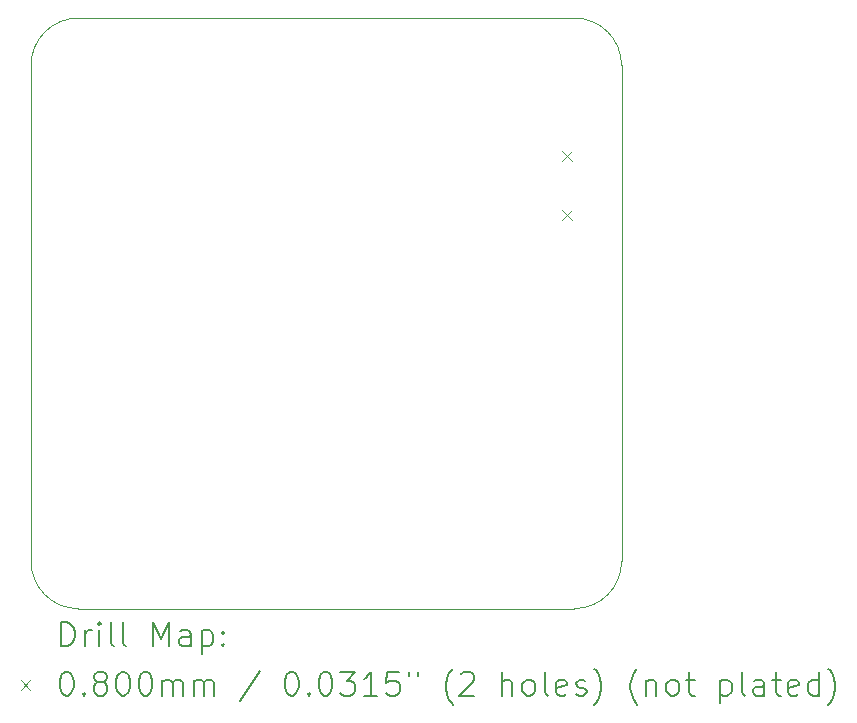
<source format=gbr>
%TF.GenerationSoftware,KiCad,Pcbnew,9.0.2*%
%TF.CreationDate,2025-06-16T10:28:30-04:00*%
%TF.ProjectId,avionicsboard,6176696f-6e69-4637-9362-6f6172642e6b,rev?*%
%TF.SameCoordinates,Original*%
%TF.FileFunction,Drillmap*%
%TF.FilePolarity,Positive*%
%FSLAX45Y45*%
G04 Gerber Fmt 4.5, Leading zero omitted, Abs format (unit mm)*
G04 Created by KiCad (PCBNEW 9.0.2) date 2025-06-16 10:28:30*
%MOMM*%
%LPD*%
G01*
G04 APERTURE LIST*
%ADD10C,0.100000*%
%ADD11C,0.200000*%
G04 APERTURE END LIST*
D10*
X2400000Y-7000000D02*
G75*
G02*
X2000000Y-6600000I0J400000D01*
G01*
X2400000Y-2000000D02*
X6600000Y-2000000D01*
X2000000Y-2400000D02*
G75*
G02*
X2400000Y-2000000I400000J0D01*
G01*
X7000000Y-2400000D02*
X7000000Y-6600000D01*
X6600000Y-7000000D02*
X2400000Y-7000000D01*
X6600000Y-2000000D02*
G75*
G02*
X7000000Y-2400000I0J-400000D01*
G01*
X7000000Y-6600000D02*
G75*
G02*
X6600000Y-7000000I-400000J0D01*
G01*
X2000000Y-6600000D02*
X2000000Y-2400000D01*
D11*
D10*
X6496700Y-3126300D02*
X6576700Y-3206300D01*
X6576700Y-3126300D02*
X6496700Y-3206300D01*
X6496700Y-3626300D02*
X6576700Y-3706300D01*
X6576700Y-3626300D02*
X6496700Y-3706300D01*
D11*
X2255777Y-7316484D02*
X2255777Y-7116484D01*
X2255777Y-7116484D02*
X2303396Y-7116484D01*
X2303396Y-7116484D02*
X2331967Y-7126008D01*
X2331967Y-7126008D02*
X2351015Y-7145055D01*
X2351015Y-7145055D02*
X2360539Y-7164103D01*
X2360539Y-7164103D02*
X2370063Y-7202198D01*
X2370063Y-7202198D02*
X2370063Y-7230769D01*
X2370063Y-7230769D02*
X2360539Y-7268865D01*
X2360539Y-7268865D02*
X2351015Y-7287912D01*
X2351015Y-7287912D02*
X2331967Y-7306960D01*
X2331967Y-7306960D02*
X2303396Y-7316484D01*
X2303396Y-7316484D02*
X2255777Y-7316484D01*
X2455777Y-7316484D02*
X2455777Y-7183150D01*
X2455777Y-7221246D02*
X2465301Y-7202198D01*
X2465301Y-7202198D02*
X2474824Y-7192674D01*
X2474824Y-7192674D02*
X2493872Y-7183150D01*
X2493872Y-7183150D02*
X2512920Y-7183150D01*
X2579586Y-7316484D02*
X2579586Y-7183150D01*
X2579586Y-7116484D02*
X2570063Y-7126008D01*
X2570063Y-7126008D02*
X2579586Y-7135531D01*
X2579586Y-7135531D02*
X2589110Y-7126008D01*
X2589110Y-7126008D02*
X2579586Y-7116484D01*
X2579586Y-7116484D02*
X2579586Y-7135531D01*
X2703396Y-7316484D02*
X2684348Y-7306960D01*
X2684348Y-7306960D02*
X2674824Y-7287912D01*
X2674824Y-7287912D02*
X2674824Y-7116484D01*
X2808158Y-7316484D02*
X2789110Y-7306960D01*
X2789110Y-7306960D02*
X2779586Y-7287912D01*
X2779586Y-7287912D02*
X2779586Y-7116484D01*
X3036729Y-7316484D02*
X3036729Y-7116484D01*
X3036729Y-7116484D02*
X3103396Y-7259341D01*
X3103396Y-7259341D02*
X3170062Y-7116484D01*
X3170062Y-7116484D02*
X3170062Y-7316484D01*
X3351015Y-7316484D02*
X3351015Y-7211722D01*
X3351015Y-7211722D02*
X3341491Y-7192674D01*
X3341491Y-7192674D02*
X3322443Y-7183150D01*
X3322443Y-7183150D02*
X3284348Y-7183150D01*
X3284348Y-7183150D02*
X3265301Y-7192674D01*
X3351015Y-7306960D02*
X3331967Y-7316484D01*
X3331967Y-7316484D02*
X3284348Y-7316484D01*
X3284348Y-7316484D02*
X3265301Y-7306960D01*
X3265301Y-7306960D02*
X3255777Y-7287912D01*
X3255777Y-7287912D02*
X3255777Y-7268865D01*
X3255777Y-7268865D02*
X3265301Y-7249817D01*
X3265301Y-7249817D02*
X3284348Y-7240293D01*
X3284348Y-7240293D02*
X3331967Y-7240293D01*
X3331967Y-7240293D02*
X3351015Y-7230769D01*
X3446253Y-7183150D02*
X3446253Y-7383150D01*
X3446253Y-7192674D02*
X3465301Y-7183150D01*
X3465301Y-7183150D02*
X3503396Y-7183150D01*
X3503396Y-7183150D02*
X3522443Y-7192674D01*
X3522443Y-7192674D02*
X3531967Y-7202198D01*
X3531967Y-7202198D02*
X3541491Y-7221246D01*
X3541491Y-7221246D02*
X3541491Y-7278388D01*
X3541491Y-7278388D02*
X3531967Y-7297436D01*
X3531967Y-7297436D02*
X3522443Y-7306960D01*
X3522443Y-7306960D02*
X3503396Y-7316484D01*
X3503396Y-7316484D02*
X3465301Y-7316484D01*
X3465301Y-7316484D02*
X3446253Y-7306960D01*
X3627205Y-7297436D02*
X3636729Y-7306960D01*
X3636729Y-7306960D02*
X3627205Y-7316484D01*
X3627205Y-7316484D02*
X3617682Y-7306960D01*
X3617682Y-7306960D02*
X3627205Y-7297436D01*
X3627205Y-7297436D02*
X3627205Y-7316484D01*
X3627205Y-7192674D02*
X3636729Y-7202198D01*
X3636729Y-7202198D02*
X3627205Y-7211722D01*
X3627205Y-7211722D02*
X3617682Y-7202198D01*
X3617682Y-7202198D02*
X3627205Y-7192674D01*
X3627205Y-7192674D02*
X3627205Y-7211722D01*
D10*
X1915000Y-7605000D02*
X1995000Y-7685000D01*
X1995000Y-7605000D02*
X1915000Y-7685000D01*
D11*
X2293872Y-7536484D02*
X2312920Y-7536484D01*
X2312920Y-7536484D02*
X2331967Y-7546008D01*
X2331967Y-7546008D02*
X2341491Y-7555531D01*
X2341491Y-7555531D02*
X2351015Y-7574579D01*
X2351015Y-7574579D02*
X2360539Y-7612674D01*
X2360539Y-7612674D02*
X2360539Y-7660293D01*
X2360539Y-7660293D02*
X2351015Y-7698388D01*
X2351015Y-7698388D02*
X2341491Y-7717436D01*
X2341491Y-7717436D02*
X2331967Y-7726960D01*
X2331967Y-7726960D02*
X2312920Y-7736484D01*
X2312920Y-7736484D02*
X2293872Y-7736484D01*
X2293872Y-7736484D02*
X2274824Y-7726960D01*
X2274824Y-7726960D02*
X2265301Y-7717436D01*
X2265301Y-7717436D02*
X2255777Y-7698388D01*
X2255777Y-7698388D02*
X2246253Y-7660293D01*
X2246253Y-7660293D02*
X2246253Y-7612674D01*
X2246253Y-7612674D02*
X2255777Y-7574579D01*
X2255777Y-7574579D02*
X2265301Y-7555531D01*
X2265301Y-7555531D02*
X2274824Y-7546008D01*
X2274824Y-7546008D02*
X2293872Y-7536484D01*
X2446253Y-7717436D02*
X2455777Y-7726960D01*
X2455777Y-7726960D02*
X2446253Y-7736484D01*
X2446253Y-7736484D02*
X2436729Y-7726960D01*
X2436729Y-7726960D02*
X2446253Y-7717436D01*
X2446253Y-7717436D02*
X2446253Y-7736484D01*
X2570063Y-7622198D02*
X2551015Y-7612674D01*
X2551015Y-7612674D02*
X2541491Y-7603150D01*
X2541491Y-7603150D02*
X2531967Y-7584103D01*
X2531967Y-7584103D02*
X2531967Y-7574579D01*
X2531967Y-7574579D02*
X2541491Y-7555531D01*
X2541491Y-7555531D02*
X2551015Y-7546008D01*
X2551015Y-7546008D02*
X2570063Y-7536484D01*
X2570063Y-7536484D02*
X2608158Y-7536484D01*
X2608158Y-7536484D02*
X2627205Y-7546008D01*
X2627205Y-7546008D02*
X2636729Y-7555531D01*
X2636729Y-7555531D02*
X2646253Y-7574579D01*
X2646253Y-7574579D02*
X2646253Y-7584103D01*
X2646253Y-7584103D02*
X2636729Y-7603150D01*
X2636729Y-7603150D02*
X2627205Y-7612674D01*
X2627205Y-7612674D02*
X2608158Y-7622198D01*
X2608158Y-7622198D02*
X2570063Y-7622198D01*
X2570063Y-7622198D02*
X2551015Y-7631722D01*
X2551015Y-7631722D02*
X2541491Y-7641246D01*
X2541491Y-7641246D02*
X2531967Y-7660293D01*
X2531967Y-7660293D02*
X2531967Y-7698388D01*
X2531967Y-7698388D02*
X2541491Y-7717436D01*
X2541491Y-7717436D02*
X2551015Y-7726960D01*
X2551015Y-7726960D02*
X2570063Y-7736484D01*
X2570063Y-7736484D02*
X2608158Y-7736484D01*
X2608158Y-7736484D02*
X2627205Y-7726960D01*
X2627205Y-7726960D02*
X2636729Y-7717436D01*
X2636729Y-7717436D02*
X2646253Y-7698388D01*
X2646253Y-7698388D02*
X2646253Y-7660293D01*
X2646253Y-7660293D02*
X2636729Y-7641246D01*
X2636729Y-7641246D02*
X2627205Y-7631722D01*
X2627205Y-7631722D02*
X2608158Y-7622198D01*
X2770063Y-7536484D02*
X2789110Y-7536484D01*
X2789110Y-7536484D02*
X2808158Y-7546008D01*
X2808158Y-7546008D02*
X2817682Y-7555531D01*
X2817682Y-7555531D02*
X2827205Y-7574579D01*
X2827205Y-7574579D02*
X2836729Y-7612674D01*
X2836729Y-7612674D02*
X2836729Y-7660293D01*
X2836729Y-7660293D02*
X2827205Y-7698388D01*
X2827205Y-7698388D02*
X2817682Y-7717436D01*
X2817682Y-7717436D02*
X2808158Y-7726960D01*
X2808158Y-7726960D02*
X2789110Y-7736484D01*
X2789110Y-7736484D02*
X2770063Y-7736484D01*
X2770063Y-7736484D02*
X2751015Y-7726960D01*
X2751015Y-7726960D02*
X2741491Y-7717436D01*
X2741491Y-7717436D02*
X2731967Y-7698388D01*
X2731967Y-7698388D02*
X2722444Y-7660293D01*
X2722444Y-7660293D02*
X2722444Y-7612674D01*
X2722444Y-7612674D02*
X2731967Y-7574579D01*
X2731967Y-7574579D02*
X2741491Y-7555531D01*
X2741491Y-7555531D02*
X2751015Y-7546008D01*
X2751015Y-7546008D02*
X2770063Y-7536484D01*
X2960539Y-7536484D02*
X2979586Y-7536484D01*
X2979586Y-7536484D02*
X2998634Y-7546008D01*
X2998634Y-7546008D02*
X3008158Y-7555531D01*
X3008158Y-7555531D02*
X3017682Y-7574579D01*
X3017682Y-7574579D02*
X3027205Y-7612674D01*
X3027205Y-7612674D02*
X3027205Y-7660293D01*
X3027205Y-7660293D02*
X3017682Y-7698388D01*
X3017682Y-7698388D02*
X3008158Y-7717436D01*
X3008158Y-7717436D02*
X2998634Y-7726960D01*
X2998634Y-7726960D02*
X2979586Y-7736484D01*
X2979586Y-7736484D02*
X2960539Y-7736484D01*
X2960539Y-7736484D02*
X2941491Y-7726960D01*
X2941491Y-7726960D02*
X2931967Y-7717436D01*
X2931967Y-7717436D02*
X2922443Y-7698388D01*
X2922443Y-7698388D02*
X2912920Y-7660293D01*
X2912920Y-7660293D02*
X2912920Y-7612674D01*
X2912920Y-7612674D02*
X2922443Y-7574579D01*
X2922443Y-7574579D02*
X2931967Y-7555531D01*
X2931967Y-7555531D02*
X2941491Y-7546008D01*
X2941491Y-7546008D02*
X2960539Y-7536484D01*
X3112920Y-7736484D02*
X3112920Y-7603150D01*
X3112920Y-7622198D02*
X3122443Y-7612674D01*
X3122443Y-7612674D02*
X3141491Y-7603150D01*
X3141491Y-7603150D02*
X3170063Y-7603150D01*
X3170063Y-7603150D02*
X3189110Y-7612674D01*
X3189110Y-7612674D02*
X3198634Y-7631722D01*
X3198634Y-7631722D02*
X3198634Y-7736484D01*
X3198634Y-7631722D02*
X3208158Y-7612674D01*
X3208158Y-7612674D02*
X3227205Y-7603150D01*
X3227205Y-7603150D02*
X3255777Y-7603150D01*
X3255777Y-7603150D02*
X3274824Y-7612674D01*
X3274824Y-7612674D02*
X3284348Y-7631722D01*
X3284348Y-7631722D02*
X3284348Y-7736484D01*
X3379586Y-7736484D02*
X3379586Y-7603150D01*
X3379586Y-7622198D02*
X3389110Y-7612674D01*
X3389110Y-7612674D02*
X3408158Y-7603150D01*
X3408158Y-7603150D02*
X3436729Y-7603150D01*
X3436729Y-7603150D02*
X3455777Y-7612674D01*
X3455777Y-7612674D02*
X3465301Y-7631722D01*
X3465301Y-7631722D02*
X3465301Y-7736484D01*
X3465301Y-7631722D02*
X3474824Y-7612674D01*
X3474824Y-7612674D02*
X3493872Y-7603150D01*
X3493872Y-7603150D02*
X3522443Y-7603150D01*
X3522443Y-7603150D02*
X3541491Y-7612674D01*
X3541491Y-7612674D02*
X3551015Y-7631722D01*
X3551015Y-7631722D02*
X3551015Y-7736484D01*
X3941491Y-7526960D02*
X3770063Y-7784103D01*
X4198634Y-7536484D02*
X4217682Y-7536484D01*
X4217682Y-7536484D02*
X4236729Y-7546008D01*
X4236729Y-7546008D02*
X4246253Y-7555531D01*
X4246253Y-7555531D02*
X4255777Y-7574579D01*
X4255777Y-7574579D02*
X4265301Y-7612674D01*
X4265301Y-7612674D02*
X4265301Y-7660293D01*
X4265301Y-7660293D02*
X4255777Y-7698388D01*
X4255777Y-7698388D02*
X4246253Y-7717436D01*
X4246253Y-7717436D02*
X4236729Y-7726960D01*
X4236729Y-7726960D02*
X4217682Y-7736484D01*
X4217682Y-7736484D02*
X4198634Y-7736484D01*
X4198634Y-7736484D02*
X4179586Y-7726960D01*
X4179586Y-7726960D02*
X4170063Y-7717436D01*
X4170063Y-7717436D02*
X4160539Y-7698388D01*
X4160539Y-7698388D02*
X4151015Y-7660293D01*
X4151015Y-7660293D02*
X4151015Y-7612674D01*
X4151015Y-7612674D02*
X4160539Y-7574579D01*
X4160539Y-7574579D02*
X4170063Y-7555531D01*
X4170063Y-7555531D02*
X4179586Y-7546008D01*
X4179586Y-7546008D02*
X4198634Y-7536484D01*
X4351015Y-7717436D02*
X4360539Y-7726960D01*
X4360539Y-7726960D02*
X4351015Y-7736484D01*
X4351015Y-7736484D02*
X4341491Y-7726960D01*
X4341491Y-7726960D02*
X4351015Y-7717436D01*
X4351015Y-7717436D02*
X4351015Y-7736484D01*
X4484348Y-7536484D02*
X4503396Y-7536484D01*
X4503396Y-7536484D02*
X4522444Y-7546008D01*
X4522444Y-7546008D02*
X4531968Y-7555531D01*
X4531968Y-7555531D02*
X4541491Y-7574579D01*
X4541491Y-7574579D02*
X4551015Y-7612674D01*
X4551015Y-7612674D02*
X4551015Y-7660293D01*
X4551015Y-7660293D02*
X4541491Y-7698388D01*
X4541491Y-7698388D02*
X4531968Y-7717436D01*
X4531968Y-7717436D02*
X4522444Y-7726960D01*
X4522444Y-7726960D02*
X4503396Y-7736484D01*
X4503396Y-7736484D02*
X4484348Y-7736484D01*
X4484348Y-7736484D02*
X4465301Y-7726960D01*
X4465301Y-7726960D02*
X4455777Y-7717436D01*
X4455777Y-7717436D02*
X4446253Y-7698388D01*
X4446253Y-7698388D02*
X4436729Y-7660293D01*
X4436729Y-7660293D02*
X4436729Y-7612674D01*
X4436729Y-7612674D02*
X4446253Y-7574579D01*
X4446253Y-7574579D02*
X4455777Y-7555531D01*
X4455777Y-7555531D02*
X4465301Y-7546008D01*
X4465301Y-7546008D02*
X4484348Y-7536484D01*
X4617682Y-7536484D02*
X4741491Y-7536484D01*
X4741491Y-7536484D02*
X4674825Y-7612674D01*
X4674825Y-7612674D02*
X4703396Y-7612674D01*
X4703396Y-7612674D02*
X4722444Y-7622198D01*
X4722444Y-7622198D02*
X4731968Y-7631722D01*
X4731968Y-7631722D02*
X4741491Y-7650769D01*
X4741491Y-7650769D02*
X4741491Y-7698388D01*
X4741491Y-7698388D02*
X4731968Y-7717436D01*
X4731968Y-7717436D02*
X4722444Y-7726960D01*
X4722444Y-7726960D02*
X4703396Y-7736484D01*
X4703396Y-7736484D02*
X4646253Y-7736484D01*
X4646253Y-7736484D02*
X4627206Y-7726960D01*
X4627206Y-7726960D02*
X4617682Y-7717436D01*
X4931968Y-7736484D02*
X4817682Y-7736484D01*
X4874825Y-7736484D02*
X4874825Y-7536484D01*
X4874825Y-7536484D02*
X4855777Y-7565055D01*
X4855777Y-7565055D02*
X4836729Y-7584103D01*
X4836729Y-7584103D02*
X4817682Y-7593627D01*
X5112920Y-7536484D02*
X5017682Y-7536484D01*
X5017682Y-7536484D02*
X5008158Y-7631722D01*
X5008158Y-7631722D02*
X5017682Y-7622198D01*
X5017682Y-7622198D02*
X5036729Y-7612674D01*
X5036729Y-7612674D02*
X5084349Y-7612674D01*
X5084349Y-7612674D02*
X5103396Y-7622198D01*
X5103396Y-7622198D02*
X5112920Y-7631722D01*
X5112920Y-7631722D02*
X5122444Y-7650769D01*
X5122444Y-7650769D02*
X5122444Y-7698388D01*
X5122444Y-7698388D02*
X5112920Y-7717436D01*
X5112920Y-7717436D02*
X5103396Y-7726960D01*
X5103396Y-7726960D02*
X5084349Y-7736484D01*
X5084349Y-7736484D02*
X5036729Y-7736484D01*
X5036729Y-7736484D02*
X5017682Y-7726960D01*
X5017682Y-7726960D02*
X5008158Y-7717436D01*
X5198634Y-7536484D02*
X5198634Y-7574579D01*
X5274825Y-7536484D02*
X5274825Y-7574579D01*
X5570063Y-7812674D02*
X5560539Y-7803150D01*
X5560539Y-7803150D02*
X5541491Y-7774579D01*
X5541491Y-7774579D02*
X5531968Y-7755531D01*
X5531968Y-7755531D02*
X5522444Y-7726960D01*
X5522444Y-7726960D02*
X5512920Y-7679341D01*
X5512920Y-7679341D02*
X5512920Y-7641246D01*
X5512920Y-7641246D02*
X5522444Y-7593627D01*
X5522444Y-7593627D02*
X5531968Y-7565055D01*
X5531968Y-7565055D02*
X5541491Y-7546008D01*
X5541491Y-7546008D02*
X5560539Y-7517436D01*
X5560539Y-7517436D02*
X5570063Y-7507912D01*
X5636729Y-7555531D02*
X5646253Y-7546008D01*
X5646253Y-7546008D02*
X5665301Y-7536484D01*
X5665301Y-7536484D02*
X5712920Y-7536484D01*
X5712920Y-7536484D02*
X5731968Y-7546008D01*
X5731968Y-7546008D02*
X5741491Y-7555531D01*
X5741491Y-7555531D02*
X5751015Y-7574579D01*
X5751015Y-7574579D02*
X5751015Y-7593627D01*
X5751015Y-7593627D02*
X5741491Y-7622198D01*
X5741491Y-7622198D02*
X5627206Y-7736484D01*
X5627206Y-7736484D02*
X5751015Y-7736484D01*
X5989110Y-7736484D02*
X5989110Y-7536484D01*
X6074825Y-7736484D02*
X6074825Y-7631722D01*
X6074825Y-7631722D02*
X6065301Y-7612674D01*
X6065301Y-7612674D02*
X6046253Y-7603150D01*
X6046253Y-7603150D02*
X6017682Y-7603150D01*
X6017682Y-7603150D02*
X5998634Y-7612674D01*
X5998634Y-7612674D02*
X5989110Y-7622198D01*
X6198634Y-7736484D02*
X6179587Y-7726960D01*
X6179587Y-7726960D02*
X6170063Y-7717436D01*
X6170063Y-7717436D02*
X6160539Y-7698388D01*
X6160539Y-7698388D02*
X6160539Y-7641246D01*
X6160539Y-7641246D02*
X6170063Y-7622198D01*
X6170063Y-7622198D02*
X6179587Y-7612674D01*
X6179587Y-7612674D02*
X6198634Y-7603150D01*
X6198634Y-7603150D02*
X6227206Y-7603150D01*
X6227206Y-7603150D02*
X6246253Y-7612674D01*
X6246253Y-7612674D02*
X6255777Y-7622198D01*
X6255777Y-7622198D02*
X6265301Y-7641246D01*
X6265301Y-7641246D02*
X6265301Y-7698388D01*
X6265301Y-7698388D02*
X6255777Y-7717436D01*
X6255777Y-7717436D02*
X6246253Y-7726960D01*
X6246253Y-7726960D02*
X6227206Y-7736484D01*
X6227206Y-7736484D02*
X6198634Y-7736484D01*
X6379587Y-7736484D02*
X6360539Y-7726960D01*
X6360539Y-7726960D02*
X6351015Y-7707912D01*
X6351015Y-7707912D02*
X6351015Y-7536484D01*
X6531968Y-7726960D02*
X6512920Y-7736484D01*
X6512920Y-7736484D02*
X6474825Y-7736484D01*
X6474825Y-7736484D02*
X6455777Y-7726960D01*
X6455777Y-7726960D02*
X6446253Y-7707912D01*
X6446253Y-7707912D02*
X6446253Y-7631722D01*
X6446253Y-7631722D02*
X6455777Y-7612674D01*
X6455777Y-7612674D02*
X6474825Y-7603150D01*
X6474825Y-7603150D02*
X6512920Y-7603150D01*
X6512920Y-7603150D02*
X6531968Y-7612674D01*
X6531968Y-7612674D02*
X6541491Y-7631722D01*
X6541491Y-7631722D02*
X6541491Y-7650769D01*
X6541491Y-7650769D02*
X6446253Y-7669817D01*
X6617682Y-7726960D02*
X6636730Y-7736484D01*
X6636730Y-7736484D02*
X6674825Y-7736484D01*
X6674825Y-7736484D02*
X6693872Y-7726960D01*
X6693872Y-7726960D02*
X6703396Y-7707912D01*
X6703396Y-7707912D02*
X6703396Y-7698388D01*
X6703396Y-7698388D02*
X6693872Y-7679341D01*
X6693872Y-7679341D02*
X6674825Y-7669817D01*
X6674825Y-7669817D02*
X6646253Y-7669817D01*
X6646253Y-7669817D02*
X6627206Y-7660293D01*
X6627206Y-7660293D02*
X6617682Y-7641246D01*
X6617682Y-7641246D02*
X6617682Y-7631722D01*
X6617682Y-7631722D02*
X6627206Y-7612674D01*
X6627206Y-7612674D02*
X6646253Y-7603150D01*
X6646253Y-7603150D02*
X6674825Y-7603150D01*
X6674825Y-7603150D02*
X6693872Y-7612674D01*
X6770063Y-7812674D02*
X6779587Y-7803150D01*
X6779587Y-7803150D02*
X6798634Y-7774579D01*
X6798634Y-7774579D02*
X6808158Y-7755531D01*
X6808158Y-7755531D02*
X6817682Y-7726960D01*
X6817682Y-7726960D02*
X6827206Y-7679341D01*
X6827206Y-7679341D02*
X6827206Y-7641246D01*
X6827206Y-7641246D02*
X6817682Y-7593627D01*
X6817682Y-7593627D02*
X6808158Y-7565055D01*
X6808158Y-7565055D02*
X6798634Y-7546008D01*
X6798634Y-7546008D02*
X6779587Y-7517436D01*
X6779587Y-7517436D02*
X6770063Y-7507912D01*
X7131968Y-7812674D02*
X7122444Y-7803150D01*
X7122444Y-7803150D02*
X7103396Y-7774579D01*
X7103396Y-7774579D02*
X7093872Y-7755531D01*
X7093872Y-7755531D02*
X7084349Y-7726960D01*
X7084349Y-7726960D02*
X7074825Y-7679341D01*
X7074825Y-7679341D02*
X7074825Y-7641246D01*
X7074825Y-7641246D02*
X7084349Y-7593627D01*
X7084349Y-7593627D02*
X7093872Y-7565055D01*
X7093872Y-7565055D02*
X7103396Y-7546008D01*
X7103396Y-7546008D02*
X7122444Y-7517436D01*
X7122444Y-7517436D02*
X7131968Y-7507912D01*
X7208158Y-7603150D02*
X7208158Y-7736484D01*
X7208158Y-7622198D02*
X7217682Y-7612674D01*
X7217682Y-7612674D02*
X7236730Y-7603150D01*
X7236730Y-7603150D02*
X7265301Y-7603150D01*
X7265301Y-7603150D02*
X7284349Y-7612674D01*
X7284349Y-7612674D02*
X7293872Y-7631722D01*
X7293872Y-7631722D02*
X7293872Y-7736484D01*
X7417682Y-7736484D02*
X7398634Y-7726960D01*
X7398634Y-7726960D02*
X7389111Y-7717436D01*
X7389111Y-7717436D02*
X7379587Y-7698388D01*
X7379587Y-7698388D02*
X7379587Y-7641246D01*
X7379587Y-7641246D02*
X7389111Y-7622198D01*
X7389111Y-7622198D02*
X7398634Y-7612674D01*
X7398634Y-7612674D02*
X7417682Y-7603150D01*
X7417682Y-7603150D02*
X7446253Y-7603150D01*
X7446253Y-7603150D02*
X7465301Y-7612674D01*
X7465301Y-7612674D02*
X7474825Y-7622198D01*
X7474825Y-7622198D02*
X7484349Y-7641246D01*
X7484349Y-7641246D02*
X7484349Y-7698388D01*
X7484349Y-7698388D02*
X7474825Y-7717436D01*
X7474825Y-7717436D02*
X7465301Y-7726960D01*
X7465301Y-7726960D02*
X7446253Y-7736484D01*
X7446253Y-7736484D02*
X7417682Y-7736484D01*
X7541492Y-7603150D02*
X7617682Y-7603150D01*
X7570063Y-7536484D02*
X7570063Y-7707912D01*
X7570063Y-7707912D02*
X7579587Y-7726960D01*
X7579587Y-7726960D02*
X7598634Y-7736484D01*
X7598634Y-7736484D02*
X7617682Y-7736484D01*
X7836730Y-7603150D02*
X7836730Y-7803150D01*
X7836730Y-7612674D02*
X7855777Y-7603150D01*
X7855777Y-7603150D02*
X7893873Y-7603150D01*
X7893873Y-7603150D02*
X7912920Y-7612674D01*
X7912920Y-7612674D02*
X7922444Y-7622198D01*
X7922444Y-7622198D02*
X7931968Y-7641246D01*
X7931968Y-7641246D02*
X7931968Y-7698388D01*
X7931968Y-7698388D02*
X7922444Y-7717436D01*
X7922444Y-7717436D02*
X7912920Y-7726960D01*
X7912920Y-7726960D02*
X7893873Y-7736484D01*
X7893873Y-7736484D02*
X7855777Y-7736484D01*
X7855777Y-7736484D02*
X7836730Y-7726960D01*
X8046253Y-7736484D02*
X8027206Y-7726960D01*
X8027206Y-7726960D02*
X8017682Y-7707912D01*
X8017682Y-7707912D02*
X8017682Y-7536484D01*
X8208158Y-7736484D02*
X8208158Y-7631722D01*
X8208158Y-7631722D02*
X8198634Y-7612674D01*
X8198634Y-7612674D02*
X8179587Y-7603150D01*
X8179587Y-7603150D02*
X8141492Y-7603150D01*
X8141492Y-7603150D02*
X8122444Y-7612674D01*
X8208158Y-7726960D02*
X8189111Y-7736484D01*
X8189111Y-7736484D02*
X8141492Y-7736484D01*
X8141492Y-7736484D02*
X8122444Y-7726960D01*
X8122444Y-7726960D02*
X8112920Y-7707912D01*
X8112920Y-7707912D02*
X8112920Y-7688865D01*
X8112920Y-7688865D02*
X8122444Y-7669817D01*
X8122444Y-7669817D02*
X8141492Y-7660293D01*
X8141492Y-7660293D02*
X8189111Y-7660293D01*
X8189111Y-7660293D02*
X8208158Y-7650769D01*
X8274825Y-7603150D02*
X8351015Y-7603150D01*
X8303396Y-7536484D02*
X8303396Y-7707912D01*
X8303396Y-7707912D02*
X8312920Y-7726960D01*
X8312920Y-7726960D02*
X8331968Y-7736484D01*
X8331968Y-7736484D02*
X8351015Y-7736484D01*
X8493873Y-7726960D02*
X8474825Y-7736484D01*
X8474825Y-7736484D02*
X8436730Y-7736484D01*
X8436730Y-7736484D02*
X8417682Y-7726960D01*
X8417682Y-7726960D02*
X8408158Y-7707912D01*
X8408158Y-7707912D02*
X8408158Y-7631722D01*
X8408158Y-7631722D02*
X8417682Y-7612674D01*
X8417682Y-7612674D02*
X8436730Y-7603150D01*
X8436730Y-7603150D02*
X8474825Y-7603150D01*
X8474825Y-7603150D02*
X8493873Y-7612674D01*
X8493873Y-7612674D02*
X8503396Y-7631722D01*
X8503396Y-7631722D02*
X8503396Y-7650769D01*
X8503396Y-7650769D02*
X8408158Y-7669817D01*
X8674825Y-7736484D02*
X8674825Y-7536484D01*
X8674825Y-7726960D02*
X8655777Y-7736484D01*
X8655777Y-7736484D02*
X8617682Y-7736484D01*
X8617682Y-7736484D02*
X8598635Y-7726960D01*
X8598635Y-7726960D02*
X8589111Y-7717436D01*
X8589111Y-7717436D02*
X8579587Y-7698388D01*
X8579587Y-7698388D02*
X8579587Y-7641246D01*
X8579587Y-7641246D02*
X8589111Y-7622198D01*
X8589111Y-7622198D02*
X8598635Y-7612674D01*
X8598635Y-7612674D02*
X8617682Y-7603150D01*
X8617682Y-7603150D02*
X8655777Y-7603150D01*
X8655777Y-7603150D02*
X8674825Y-7612674D01*
X8751016Y-7812674D02*
X8760539Y-7803150D01*
X8760539Y-7803150D02*
X8779587Y-7774579D01*
X8779587Y-7774579D02*
X8789111Y-7755531D01*
X8789111Y-7755531D02*
X8798635Y-7726960D01*
X8798635Y-7726960D02*
X8808158Y-7679341D01*
X8808158Y-7679341D02*
X8808158Y-7641246D01*
X8808158Y-7641246D02*
X8798635Y-7593627D01*
X8798635Y-7593627D02*
X8789111Y-7565055D01*
X8789111Y-7565055D02*
X8779587Y-7546008D01*
X8779587Y-7546008D02*
X8760539Y-7517436D01*
X8760539Y-7517436D02*
X8751016Y-7507912D01*
M02*

</source>
